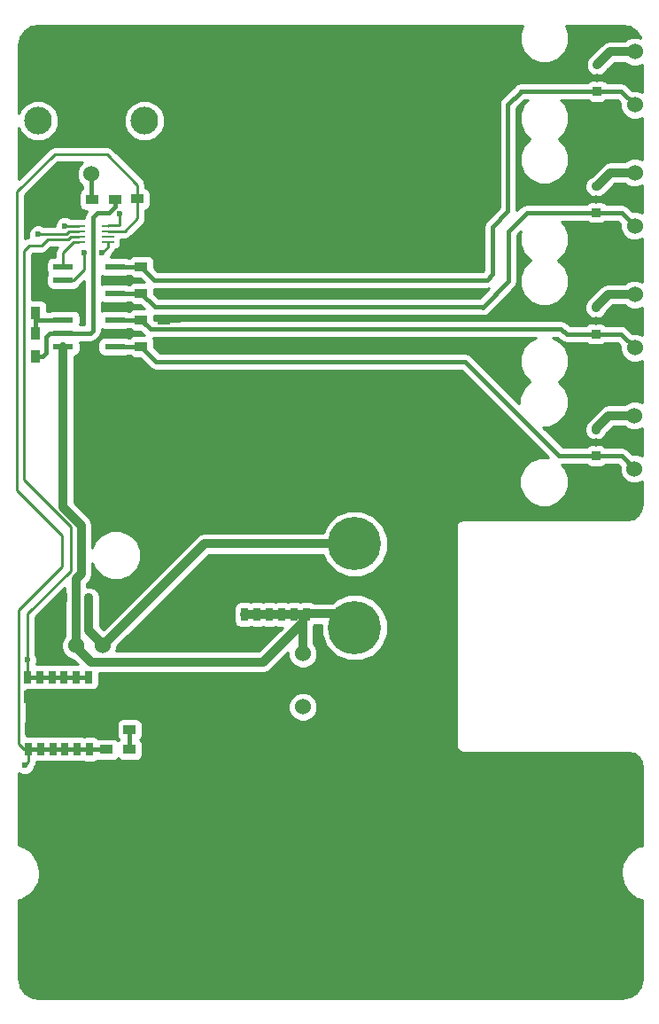
<source format=gbr>
G04 #@! TF.FileFunction,Copper,L1,Top,Signal*
%FSLAX46Y46*%
G04 Gerber Fmt 4.6, Leading zero omitted, Abs format (unit mm)*
G04 Created by KiCad (PCBNEW 4.0.7) date 04/17/18 20:18:09*
%MOMM*%
%LPD*%
G01*
G04 APERTURE LIST*
%ADD10C,0.100000*%
%ADD11R,0.850000X0.850000*%
%ADD12C,0.850000*%
%ADD13C,1.524000*%
%ADD14C,5.080000*%
%ADD15R,0.750000X1.200000*%
%ADD16R,1.200000X0.900000*%
%ADD17C,2.641600*%
%ADD18R,0.900000X1.200000*%
%ADD19R,1.981200X0.558800*%
%ADD20R,1.168400X0.254000*%
%ADD21C,0.600000*%
%ADD22C,0.812800*%
%ADD23C,0.406400*%
%ADD24C,0.254000*%
G04 APERTURE END LIST*
D10*
D11*
X165821360Y-120868440D03*
D12*
X165821360Y-119618440D03*
X165821360Y-118368440D03*
D11*
X165735000Y-132461000D03*
D12*
X165735000Y-131211000D03*
X165735000Y-129961000D03*
D11*
X165709600Y-144048800D03*
D12*
X165709600Y-142798800D03*
X165709600Y-141548800D03*
D11*
X165709600Y-155682000D03*
D12*
X165709600Y-154432000D03*
X165709600Y-153182000D03*
D13*
X169418000Y-122174000D03*
X169418000Y-119634000D03*
X169418000Y-117094000D03*
X169418000Y-133731000D03*
X169418000Y-131191000D03*
X169418000Y-128651000D03*
X169418000Y-145364200D03*
X169418000Y-142824200D03*
X169418000Y-140284200D03*
X169392600Y-156921200D03*
X169392600Y-154381200D03*
X169392600Y-151841200D03*
X137703560Y-174594520D03*
X137703560Y-177134520D03*
X137703560Y-179674520D03*
D14*
X142646400Y-164085000D03*
X142646400Y-172084000D03*
X142646400Y-180085000D03*
D13*
X118567200Y-173812200D03*
X116027200Y-173812200D03*
X113487200Y-173812200D03*
D11*
X114757200Y-169265600D03*
D12*
X116007200Y-169265600D03*
X117257200Y-169265600D03*
D15*
X112631220Y-183680140D03*
X112631220Y-181780140D03*
X112552480Y-176816980D03*
X112552480Y-178716980D03*
X133324600Y-170825200D03*
X133324600Y-168925200D03*
X114968020Y-183680140D03*
X114968020Y-181780140D03*
X111384080Y-176816980D03*
X111384080Y-178716980D03*
X134493000Y-170825200D03*
X134493000Y-168925200D03*
X113799620Y-183680140D03*
X113799620Y-181780140D03*
X117200680Y-176816980D03*
X117200680Y-178716980D03*
X135661400Y-170825200D03*
X135661400Y-168925200D03*
X117304820Y-183705540D03*
X117304820Y-181805540D03*
X113720880Y-176816980D03*
X113720880Y-178716980D03*
X136829800Y-170825200D03*
X136829800Y-168925200D03*
X116136420Y-183680140D03*
X116136420Y-181780140D03*
X114863880Y-176816980D03*
X114863880Y-178716980D03*
X138023600Y-170825200D03*
X138023600Y-168925200D03*
X111462820Y-183680140D03*
X111462820Y-181780140D03*
X116032280Y-176816980D03*
X116032280Y-178716980D03*
X132130800Y-170850600D03*
X132130800Y-168950600D03*
D16*
X118945300Y-181864000D03*
X121145300Y-181864000D03*
D13*
X117475000Y-128778000D03*
X114935000Y-128778000D03*
D17*
X112395000Y-123698000D03*
X122555000Y-123698000D03*
D16*
X122255100Y-145249900D03*
X124455100Y-145249900D03*
X122255100Y-142709900D03*
X124455100Y-142709900D03*
X122255100Y-140169900D03*
X124455100Y-140169900D03*
X122255100Y-137629900D03*
X124455100Y-137629900D03*
X121145300Y-183743600D03*
X118945300Y-183743600D03*
X124091880Y-131150360D03*
X121891880Y-131150360D03*
D18*
X112179100Y-146222900D03*
X112179100Y-144022900D03*
X112179100Y-142031900D03*
X112179100Y-139831900D03*
D16*
X119743400Y-131216400D03*
X117543400Y-131216400D03*
D19*
X119722900Y-145249900D03*
X119722900Y-143979900D03*
X119722900Y-142709900D03*
X119722900Y-141439900D03*
X119722900Y-140169900D03*
X119722900Y-138899900D03*
X119722900Y-137629900D03*
X114795300Y-137629900D03*
X114795300Y-138899900D03*
X114795300Y-140169900D03*
X114795300Y-141439900D03*
X114795300Y-142709900D03*
X114795300Y-143979900D03*
X114795300Y-145249900D03*
D20*
X119062500Y-135243001D03*
X119062500Y-134743000D03*
X119062500Y-134243000D03*
X119062500Y-133742999D03*
X116319300Y-133742999D03*
X116319300Y-134243000D03*
X116319300Y-134743000D03*
X116319300Y-135243001D03*
D21*
X129641600Y-168960800D03*
X125933200Y-131140200D03*
X112191800Y-137464800D03*
X126060200Y-142494000D03*
X136347200Y-140157200D03*
X126415800Y-137617200D03*
X126415800Y-145211800D03*
X111130080Y-185257440D03*
X111384080Y-175158400D03*
X112392460Y-134543800D03*
X114940080Y-133731000D03*
X120167400Y-132603240D03*
X116761260Y-136291320D03*
X118521480Y-136319260D03*
D22*
X118567200Y-173812200D02*
X118567200Y-173695360D01*
X118567200Y-173695360D02*
X117257200Y-172385360D01*
X117257200Y-172385360D02*
X117257200Y-169265600D01*
X142646400Y-164085000D02*
X128294400Y-164085000D01*
X128294400Y-164085000D02*
X123207780Y-169171620D01*
X123207780Y-169171620D02*
X118567200Y-173812200D01*
X165709600Y-153182000D02*
X165709600Y-153085800D01*
X165709600Y-153085800D02*
X166954200Y-151841200D01*
X166954200Y-151841200D02*
X169392600Y-151841200D01*
X165709600Y-141548800D02*
X165709600Y-141452600D01*
X165709600Y-141452600D02*
X166878000Y-140284200D01*
X166878000Y-140284200D02*
X169418000Y-140284200D01*
X165735000Y-129961000D02*
X165811840Y-129961000D01*
X165811840Y-129961000D02*
X167121840Y-128651000D01*
X167121840Y-128651000D02*
X169418000Y-128651000D01*
X165821360Y-118368440D02*
X165821360Y-118328440D01*
X165821360Y-118328440D02*
X167055800Y-117094000D01*
X167055800Y-117094000D02*
X169418000Y-117094000D01*
D23*
X165735000Y-129961000D02*
X165735000Y-129926080D01*
X165709600Y-141548800D02*
X165709600Y-141528800D01*
X165709600Y-153182000D02*
X165709600Y-153172160D01*
D22*
X116007200Y-169265600D02*
X116007200Y-167456800D01*
X114795300Y-160591500D02*
X114795300Y-145249900D01*
X116535200Y-162331400D02*
X114795300Y-160591500D01*
X116535200Y-166928800D02*
X116535200Y-162331400D01*
X116007200Y-167456800D02*
X116535200Y-166928800D01*
X116027200Y-173812200D02*
X116027200Y-173946820D01*
X116027200Y-173946820D02*
X117454680Y-175374300D01*
X133921500Y-175374300D02*
X137703560Y-171592240D01*
X117454680Y-175374300D02*
X133921500Y-175374300D01*
X137703560Y-174594520D02*
X137703560Y-171592240D01*
X137703560Y-171592240D02*
X137703560Y-171145240D01*
X137703560Y-171145240D02*
X138023600Y-170825200D01*
X116007200Y-169265600D02*
X116007200Y-173792200D01*
X116007200Y-173792200D02*
X116027200Y-173812200D01*
X132130800Y-170850600D02*
X133299200Y-170850600D01*
X133299200Y-170850600D02*
X133324600Y-170825200D01*
X133324600Y-170825200D02*
X135661400Y-170825200D01*
X135661400Y-170825200D02*
X136829800Y-170825200D01*
X136829800Y-170825200D02*
X138023600Y-170825200D01*
X138023600Y-170825200D02*
X138059200Y-170789600D01*
X138059200Y-170789600D02*
X141352000Y-170789600D01*
X141352000Y-170789600D02*
X142646400Y-172084000D01*
D23*
X132130800Y-168950600D02*
X129651800Y-168950600D01*
X129651800Y-168950600D02*
X129641600Y-168960800D01*
D24*
X124091880Y-131150360D02*
X125923040Y-131150360D01*
X125923040Y-131150360D02*
X125933200Y-131140200D01*
X112179100Y-139831900D02*
X112179100Y-137477500D01*
X112179100Y-137477500D02*
X112191800Y-137464800D01*
D23*
X124455100Y-142709900D02*
X125844300Y-142709900D01*
X125844300Y-142709900D02*
X126060200Y-142494000D01*
X124455100Y-142709900D02*
X125461500Y-142709900D01*
X125461500Y-142709900D02*
X125652000Y-142519400D01*
X124455100Y-140169900D02*
X136334500Y-140169900D01*
X136334500Y-140169900D02*
X136347200Y-140157200D01*
X124455100Y-137629900D02*
X126403100Y-137629900D01*
X126403100Y-137629900D02*
X126415800Y-137617200D01*
X124455100Y-145249900D02*
X126377700Y-145249900D01*
X126377700Y-145249900D02*
X126415800Y-145211800D01*
X111462820Y-183680140D02*
X112631220Y-183680140D01*
X112631220Y-183680140D02*
X113799620Y-183680140D01*
X113799620Y-183680140D02*
X114968020Y-183680140D01*
X114968020Y-183680140D02*
X116136420Y-183680140D01*
X116136420Y-183680140D02*
X116161820Y-183705540D01*
X116161820Y-183705540D02*
X118907240Y-183705540D01*
X118907240Y-183705540D02*
X118945300Y-183743600D01*
D24*
X111462820Y-183680140D02*
X111462820Y-184924700D01*
X111462820Y-184924700D02*
X111130080Y-185257440D01*
X121891880Y-131150360D02*
X121891880Y-133022520D01*
X120671400Y-134243000D02*
X119062500Y-134243000D01*
X121891880Y-133022520D02*
X120671400Y-134243000D01*
X113967260Y-126903480D02*
X118968520Y-126903480D01*
X110380780Y-130489960D02*
X113967260Y-126903480D01*
X110380780Y-136108440D02*
X110380780Y-130489960D01*
X121891880Y-129826840D02*
X121891880Y-131150360D01*
X118968520Y-126903480D02*
X121891880Y-129826840D01*
X110528100Y-159143700D02*
X110528100Y-159138620D01*
X111015820Y-183680140D02*
X110530640Y-183194960D01*
X110530640Y-183194960D02*
X110530640Y-170535600D01*
X111462820Y-183680140D02*
X111015820Y-183680140D01*
X110530640Y-170380660D02*
X114642900Y-166268400D01*
X114642900Y-166268400D02*
X114642900Y-163258500D01*
X114642900Y-163258500D02*
X110528100Y-159143700D01*
X110530640Y-170535600D02*
X110530640Y-170380660D01*
X110380780Y-158991300D02*
X110380780Y-136108440D01*
X110380780Y-136108440D02*
X110380780Y-136098280D01*
X110528100Y-159138620D02*
X110380780Y-158991300D01*
X121706640Y-131335600D02*
X121891880Y-131150360D01*
X111005620Y-157972760D02*
X111005620Y-136144000D01*
X112707420Y-135577580D02*
X111572040Y-135577580D01*
X111572040Y-135577580D02*
X111005620Y-136144000D01*
X111384080Y-175158400D02*
X111384080Y-170784520D01*
X111384080Y-170784520D02*
X115519200Y-166649400D01*
X115519200Y-166649400D02*
X115519200Y-162486340D01*
X115519200Y-162486340D02*
X111005620Y-157972760D01*
X115265297Y-134997810D02*
X115520107Y-134743000D01*
X115520107Y-134743000D02*
X116319300Y-134743000D01*
X113287190Y-134997810D02*
X115265297Y-134997810D01*
X112707420Y-135577580D02*
X113287190Y-134997810D01*
D23*
X111384080Y-176816980D02*
X112552480Y-176816980D01*
X112552480Y-176816980D02*
X113720880Y-176816980D01*
X113720880Y-176816980D02*
X114863880Y-176816980D01*
X114863880Y-176816980D02*
X116032280Y-176816980D01*
X116032280Y-176816980D02*
X117200680Y-176816980D01*
D24*
X116319300Y-134743000D02*
X115640040Y-134743000D01*
X111384080Y-176816980D02*
X111384080Y-175158400D01*
D23*
X121145300Y-183743600D02*
X121145300Y-181864000D01*
X165709600Y-155682000D02*
X162219960Y-155682000D01*
X153233120Y-146685000D02*
X123690200Y-146685000D01*
X162191700Y-155643580D02*
X153233120Y-146685000D01*
X123690200Y-146685000D02*
X122255100Y-145249900D01*
X165709600Y-155682000D02*
X168153400Y-155682000D01*
X168153400Y-155682000D02*
X169392600Y-156921200D01*
X122255100Y-145249900D02*
X119722900Y-145249900D01*
X165709600Y-144048800D02*
X164878200Y-144048800D01*
X164832800Y-144094200D02*
X162902900Y-144094200D01*
X164878200Y-144048800D02*
X164832800Y-144094200D01*
X162902900Y-144094200D02*
X162382200Y-143573500D01*
X162382200Y-143573500D02*
X123118700Y-143573500D01*
X123118700Y-143573500D02*
X122255100Y-142709900D01*
X165709600Y-144048800D02*
X168102600Y-144048800D01*
X168102600Y-144048800D02*
X169418000Y-145364200D01*
X119722900Y-142709900D02*
X122255100Y-142709900D01*
X157353000Y-139039600D02*
X154889200Y-141503400D01*
X125242320Y-141457680D02*
X154843480Y-141457680D01*
X154843480Y-141457680D02*
X154889200Y-141503400D01*
X159105600Y-132486400D02*
X165709600Y-132486400D01*
X165709600Y-132486400D02*
X165735000Y-132461000D01*
X165735000Y-132461000D02*
X168148000Y-132461000D01*
X168148000Y-132461000D02*
X169418000Y-133731000D01*
X123542880Y-141457680D02*
X122255100Y-140169900D01*
X125242320Y-141457680D02*
X123542880Y-141457680D01*
X157353000Y-134239000D02*
X157353000Y-139039600D01*
X159106870Y-132485130D02*
X159105600Y-132486400D01*
X159105600Y-132486400D02*
X157353000Y-134239000D01*
X119722900Y-140169900D02*
X122255100Y-140169900D01*
X165821360Y-120868440D02*
X158556960Y-120868440D01*
X165821360Y-120868440D02*
X168112440Y-120868440D01*
X168112440Y-120868440D02*
X169418000Y-122174000D01*
X123514940Y-138889740D02*
X122255100Y-137629900D01*
X158501080Y-120924320D02*
X157302200Y-122123200D01*
X157302200Y-122123200D02*
X157302200Y-132334000D01*
X157302200Y-132334000D02*
X155841700Y-133794500D01*
X155841700Y-133794500D02*
X155841700Y-138328400D01*
X155841700Y-138328400D02*
X155280360Y-138889740D01*
X155280360Y-138889740D02*
X123514940Y-138889740D01*
X119722900Y-137629900D02*
X122255100Y-137629900D01*
D24*
X115378040Y-134243000D02*
X115077240Y-134543800D01*
X115077240Y-134543800D02*
X112392460Y-134543800D01*
X116319300Y-134243000D02*
X115378040Y-134243000D01*
D23*
X114795300Y-143979900D02*
X117348000Y-143979900D01*
X119743400Y-131907100D02*
X119743400Y-131216400D01*
X119176800Y-132473700D02*
X119743400Y-131907100D01*
X118071900Y-132473700D02*
X119176800Y-132473700D01*
X117614700Y-132930900D02*
X118071900Y-132473700D01*
X117614700Y-143713200D02*
X117614700Y-132930900D01*
X117348000Y-143979900D02*
X117614700Y-143713200D01*
X114795300Y-143979900D02*
X113535460Y-143979900D01*
X112816460Y-146222900D02*
X112179100Y-146222900D01*
X113141760Y-145897600D02*
X112816460Y-146222900D01*
X113141760Y-144373600D02*
X113141760Y-145897600D01*
X113535460Y-143979900D02*
X113141760Y-144373600D01*
X114795300Y-142709900D02*
X112181640Y-142709900D01*
X112181640Y-142709900D02*
X112179100Y-142707360D01*
X112179100Y-142031900D02*
X112179100Y-142707360D01*
X112179100Y-142707360D02*
X112179100Y-144022900D01*
X117475000Y-128778000D02*
X117475000Y-131148000D01*
X117475000Y-131148000D02*
X117543400Y-131216400D01*
D24*
X114952079Y-133742999D02*
X114940080Y-133731000D01*
X116319300Y-133742999D02*
X114952079Y-133742999D01*
X119111461Y-133694038D02*
X120167400Y-133694038D01*
X120167400Y-133694038D02*
X120167400Y-132603240D01*
X119111461Y-133694038D02*
X119062500Y-133742999D01*
X116319300Y-135243001D02*
X115820759Y-135243001D01*
X115820759Y-135243001D02*
X114795300Y-136268460D01*
X114795300Y-136268460D02*
X114795300Y-137629900D01*
X114795300Y-138899900D02*
X115773200Y-138899900D01*
X115773200Y-138899900D02*
X116761260Y-137911840D01*
X116761260Y-137911840D02*
X116761260Y-136291320D01*
X118521480Y-136319260D02*
X119062500Y-135778240D01*
X119062500Y-135778240D02*
X119062500Y-135243001D01*
G36*
X121191010Y-143611341D02*
X121403210Y-143756331D01*
X121655100Y-143807340D01*
X122167146Y-143807340D01*
X122512266Y-144152460D01*
X121655100Y-144152460D01*
X121419783Y-144196738D01*
X121203659Y-144335810D01*
X121151806Y-144411700D01*
X121020465Y-144411700D01*
X120965390Y-144374069D01*
X120713500Y-144323060D01*
X118732300Y-144323060D01*
X118496983Y-144367338D01*
X118280859Y-144506410D01*
X118135869Y-144718610D01*
X118084860Y-144970500D01*
X118084860Y-145529300D01*
X118129138Y-145764617D01*
X118268210Y-145980741D01*
X118480410Y-146125731D01*
X118732300Y-146176740D01*
X120713500Y-146176740D01*
X120948817Y-146132462D01*
X121017757Y-146088100D01*
X121150316Y-146088100D01*
X121191010Y-146151341D01*
X121403210Y-146296331D01*
X121655100Y-146347340D01*
X122167146Y-146347340D01*
X123097503Y-147277697D01*
X123369435Y-147459396D01*
X123690200Y-147523200D01*
X152885926Y-147523200D01*
X161194307Y-155831581D01*
X160289227Y-155830791D01*
X159421514Y-156189323D01*
X158757056Y-156852622D01*
X158397011Y-157719708D01*
X158396191Y-158658573D01*
X158754723Y-159526286D01*
X159418022Y-160190744D01*
X160285108Y-160550789D01*
X161223973Y-160551609D01*
X162091686Y-160193077D01*
X162756144Y-159529778D01*
X163116189Y-158662692D01*
X163117009Y-157723827D01*
X162758477Y-156856114D01*
X162423149Y-156520200D01*
X164795903Y-156520200D01*
X164820510Y-156558441D01*
X165032710Y-156703431D01*
X165284600Y-156754440D01*
X166134600Y-156754440D01*
X166369917Y-156710162D01*
X166586041Y-156571090D01*
X166620813Y-156520200D01*
X167806206Y-156520200D01*
X167995784Y-156709778D01*
X167995358Y-157197861D01*
X168207590Y-157711503D01*
X168600230Y-158104829D01*
X169113500Y-158317957D01*
X169669261Y-158318442D01*
X170105000Y-158138399D01*
X170105000Y-160360950D01*
X169997828Y-160937298D01*
X169719562Y-161365236D01*
X169298713Y-161654112D01*
X168720825Y-161776590D01*
X168706800Y-161773800D01*
X153035000Y-161773800D01*
X152763295Y-161827846D01*
X152532954Y-161981754D01*
X152379046Y-162212095D01*
X152325000Y-162483800D01*
X152325000Y-183311800D01*
X152379046Y-183583505D01*
X152532954Y-183813846D01*
X152763295Y-183967754D01*
X153035000Y-184021800D01*
X168817622Y-184021800D01*
X169359736Y-184165300D01*
X169766830Y-184475718D01*
X170024140Y-184918289D01*
X170105256Y-185520315D01*
X170105000Y-185521600D01*
X170105000Y-192891123D01*
X169866714Y-192941625D01*
X169646380Y-193036134D01*
X169612118Y-193050830D01*
X168958396Y-193499553D01*
X168860475Y-193599953D01*
X168764972Y-193697874D01*
X168332730Y-194362608D01*
X168332730Y-194362609D01*
X168229923Y-194619854D01*
X168095111Y-195344842D01*
X168086643Y-195365286D01*
X168086643Y-195390382D01*
X168084966Y-195399400D01*
X168086642Y-195533495D01*
X168086642Y-195642314D01*
X168088094Y-195649614D01*
X168088429Y-195676407D01*
X168097743Y-195698121D01*
X168241319Y-196419927D01*
X168289247Y-196535634D01*
X168347334Y-196675868D01*
X168787816Y-197335096D01*
X168983704Y-197530984D01*
X169642932Y-197971467D01*
X169770903Y-198024474D01*
X169898873Y-198077481D01*
X170105000Y-198118482D01*
X170105000Y-205593869D01*
X169952848Y-206358789D01*
X169559170Y-206947970D01*
X168969989Y-207341648D01*
X168205069Y-207493800D01*
X112508568Y-207493800D01*
X111845421Y-207375625D01*
X111728259Y-207352320D01*
X111136414Y-206973757D01*
X110730919Y-206392403D01*
X110603164Y-205811133D01*
X110565000Y-205619273D01*
X110565000Y-198116477D01*
X110803286Y-198065975D01*
X110930584Y-198011372D01*
X111057882Y-197956770D01*
X111711604Y-197508047D01*
X111880284Y-197335096D01*
X111905028Y-197309726D01*
X112337271Y-196644991D01*
X112440077Y-196387746D01*
X112574889Y-195662756D01*
X112583357Y-195642313D01*
X112583357Y-195617219D01*
X112585034Y-195608200D01*
X112583357Y-195474056D01*
X112583357Y-195365285D01*
X112581906Y-195357990D01*
X112581571Y-195331193D01*
X112572256Y-195309476D01*
X112428681Y-194587673D01*
X112375673Y-194459702D01*
X112322667Y-194331732D01*
X111882184Y-193672504D01*
X111686296Y-193476616D01*
X111027068Y-193036134D01*
X110952104Y-193005083D01*
X110771127Y-192930119D01*
X110565000Y-192889118D01*
X110565000Y-186014818D01*
X110599753Y-186049632D01*
X110943281Y-186192278D01*
X111315247Y-186192602D01*
X111659023Y-186050557D01*
X111922272Y-185787767D01*
X112064918Y-185444239D01*
X112064984Y-185368708D01*
X112166816Y-185216305D01*
X112187159Y-185114032D01*
X112224820Y-184924700D01*
X112224820Y-184921221D01*
X112256220Y-184927580D01*
X113006220Y-184927580D01*
X113223100Y-184886771D01*
X113424620Y-184927580D01*
X114174620Y-184927580D01*
X114391500Y-184886771D01*
X114593020Y-184927580D01*
X115343020Y-184927580D01*
X115559900Y-184886771D01*
X115761420Y-184927580D01*
X116511420Y-184927580D01*
X116671364Y-184897484D01*
X116677930Y-184901971D01*
X116929820Y-184952980D01*
X117679820Y-184952980D01*
X117915137Y-184908702D01*
X118098086Y-184790978D01*
X118345300Y-184841040D01*
X119545300Y-184841040D01*
X119780617Y-184796762D01*
X119996741Y-184657690D01*
X120044434Y-184587889D01*
X120081210Y-184645041D01*
X120293410Y-184790031D01*
X120545300Y-184841040D01*
X121745300Y-184841040D01*
X121980617Y-184796762D01*
X122196741Y-184657690D01*
X122341731Y-184445490D01*
X122392740Y-184193600D01*
X122392740Y-183293600D01*
X122348462Y-183058283D01*
X122209390Y-182842159D01*
X122154965Y-182804972D01*
X122196741Y-182778090D01*
X122341731Y-182565890D01*
X122392740Y-182314000D01*
X122392740Y-181414000D01*
X122348462Y-181178683D01*
X122209390Y-180962559D01*
X121997190Y-180817569D01*
X121745300Y-180766560D01*
X120545300Y-180766560D01*
X120309983Y-180810838D01*
X120093859Y-180949910D01*
X119948869Y-181162110D01*
X119897860Y-181414000D01*
X119897860Y-182314000D01*
X119942138Y-182549317D01*
X120081210Y-182765441D01*
X120135635Y-182802628D01*
X120093859Y-182829510D01*
X120046166Y-182899311D01*
X120009390Y-182842159D01*
X119797190Y-182697169D01*
X119545300Y-182646160D01*
X118345300Y-182646160D01*
X118161104Y-182680819D01*
X118143910Y-182654099D01*
X117931710Y-182509109D01*
X117679820Y-182458100D01*
X116929820Y-182458100D01*
X116769876Y-182488196D01*
X116763310Y-182483709D01*
X116511420Y-182432700D01*
X115761420Y-182432700D01*
X115544540Y-182473509D01*
X115343020Y-182432700D01*
X114593020Y-182432700D01*
X114376140Y-182473509D01*
X114174620Y-182432700D01*
X113424620Y-182432700D01*
X113207740Y-182473509D01*
X113006220Y-182432700D01*
X112256220Y-182432700D01*
X112039340Y-182473509D01*
X111837820Y-182432700D01*
X111292640Y-182432700D01*
X111292640Y-179951181D01*
X136306318Y-179951181D01*
X136518550Y-180464823D01*
X136911190Y-180858149D01*
X137424460Y-181071277D01*
X137980221Y-181071762D01*
X138493863Y-180859530D01*
X138887189Y-180466890D01*
X139100317Y-179953620D01*
X139100802Y-179397859D01*
X138888570Y-178884217D01*
X138495930Y-178490891D01*
X137982660Y-178277763D01*
X137426899Y-178277278D01*
X136913257Y-178489510D01*
X136519931Y-178882150D01*
X136306803Y-179395420D01*
X136306318Y-179951181D01*
X111292640Y-179951181D01*
X111292640Y-178064420D01*
X111759080Y-178064420D01*
X111975960Y-178023611D01*
X112177480Y-178064420D01*
X112927480Y-178064420D01*
X113144360Y-178023611D01*
X113345880Y-178064420D01*
X114095880Y-178064420D01*
X114299594Y-178026089D01*
X114488880Y-178064420D01*
X115238880Y-178064420D01*
X115455760Y-178023611D01*
X115657280Y-178064420D01*
X116407280Y-178064420D01*
X116624160Y-178023611D01*
X116825680Y-178064420D01*
X117575680Y-178064420D01*
X117810997Y-178020142D01*
X118027121Y-177881070D01*
X118172111Y-177668870D01*
X118223120Y-177416980D01*
X118223120Y-176415700D01*
X133921500Y-176415700D01*
X134320027Y-176336428D01*
X134657881Y-176110681D01*
X136306675Y-174461887D01*
X136306318Y-174871181D01*
X136518550Y-175384823D01*
X136911190Y-175778149D01*
X137424460Y-175991277D01*
X137980221Y-175991762D01*
X138493863Y-175779530D01*
X138887189Y-175386890D01*
X139100317Y-174873620D01*
X139100802Y-174317859D01*
X138888570Y-173804217D01*
X138744960Y-173660356D01*
X138744960Y-171956908D01*
X138850041Y-171889290D01*
X138889869Y-171831000D01*
X139471619Y-171831000D01*
X139470850Y-172712776D01*
X139953196Y-173880143D01*
X140845559Y-174774065D01*
X142012083Y-175258448D01*
X143275176Y-175259550D01*
X144442543Y-174777204D01*
X145336465Y-173884841D01*
X145820848Y-172718317D01*
X145821950Y-171455224D01*
X145339604Y-170287857D01*
X144447241Y-169393935D01*
X143280717Y-168909552D01*
X142017624Y-168908450D01*
X140850257Y-169390796D01*
X140492229Y-169748200D01*
X138825283Y-169748200D01*
X138650490Y-169628769D01*
X138398600Y-169577760D01*
X137648600Y-169577760D01*
X137418554Y-169621046D01*
X137204800Y-169577760D01*
X136454800Y-169577760D01*
X136237920Y-169618569D01*
X136036400Y-169577760D01*
X135286400Y-169577760D01*
X135069520Y-169618569D01*
X134868000Y-169577760D01*
X134118000Y-169577760D01*
X133901120Y-169618569D01*
X133699600Y-169577760D01*
X132949600Y-169577760D01*
X132714283Y-169622038D01*
X132686693Y-169639792D01*
X132505800Y-169603160D01*
X131755800Y-169603160D01*
X131520483Y-169647438D01*
X131304359Y-169786510D01*
X131159369Y-169998710D01*
X131108360Y-170250600D01*
X131108360Y-170755282D01*
X131089400Y-170850600D01*
X131108360Y-170945918D01*
X131108360Y-171450600D01*
X131152638Y-171685917D01*
X131291710Y-171902041D01*
X131503910Y-172047031D01*
X131755800Y-172098040D01*
X132505800Y-172098040D01*
X132741117Y-172053762D01*
X132768707Y-172036008D01*
X132949600Y-172072640D01*
X133699600Y-172072640D01*
X133916480Y-172031831D01*
X134118000Y-172072640D01*
X134868000Y-172072640D01*
X135084880Y-172031831D01*
X135286400Y-172072640D01*
X135750398Y-172072640D01*
X133490138Y-174332900D01*
X119863636Y-174332900D01*
X119963957Y-174091300D01*
X119964134Y-173888028D01*
X128725762Y-165126400D01*
X139641343Y-165126400D01*
X139953196Y-165881143D01*
X140845559Y-166775065D01*
X142012083Y-167259448D01*
X143275176Y-167260550D01*
X144442543Y-166778204D01*
X145336465Y-165885841D01*
X145820848Y-164719317D01*
X145821950Y-163456224D01*
X145339604Y-162288857D01*
X144447241Y-161394935D01*
X143280717Y-160910552D01*
X142017624Y-160909450D01*
X140850257Y-161391796D01*
X139956335Y-162284159D01*
X139640988Y-163043600D01*
X128294400Y-163043600D01*
X127895873Y-163122872D01*
X127558019Y-163348619D01*
X118625620Y-172281018D01*
X118298600Y-171953998D01*
X118298600Y-169521723D01*
X118317016Y-169477372D01*
X118317384Y-169055678D01*
X118156349Y-168665942D01*
X117858426Y-168367499D01*
X117468972Y-168205784D01*
X117048600Y-168205417D01*
X117048600Y-167888162D01*
X117271581Y-167665181D01*
X117497329Y-167327326D01*
X117576600Y-166928800D01*
X117576600Y-165885129D01*
X117835323Y-166511286D01*
X118498622Y-167175744D01*
X119365708Y-167535789D01*
X120304573Y-167536609D01*
X121172286Y-167178077D01*
X121836744Y-166514778D01*
X122196789Y-165647692D01*
X122197609Y-164708827D01*
X121839077Y-163841114D01*
X121175778Y-163176656D01*
X120308692Y-162816611D01*
X119369827Y-162815791D01*
X118502114Y-163174323D01*
X117837656Y-163837622D01*
X117576600Y-164466316D01*
X117576600Y-162331400D01*
X117497328Y-161932873D01*
X117271581Y-161595019D01*
X115836700Y-160160138D01*
X115836700Y-146167181D01*
X116021217Y-146132462D01*
X116237341Y-145993390D01*
X116382331Y-145781190D01*
X116433340Y-145529300D01*
X116433340Y-144970500D01*
X116404664Y-144818100D01*
X117348000Y-144818100D01*
X117668766Y-144754296D01*
X117940697Y-144572597D01*
X118207397Y-144305897D01*
X118389096Y-144033965D01*
X118452900Y-143713200D01*
X118452900Y-143566934D01*
X118480410Y-143585731D01*
X118732300Y-143636740D01*
X120713500Y-143636740D01*
X120948817Y-143592462D01*
X121017757Y-143548100D01*
X121150316Y-143548100D01*
X121191010Y-143611341D01*
X121191010Y-143611341D01*
G37*
X121191010Y-143611341D02*
X121403210Y-143756331D01*
X121655100Y-143807340D01*
X122167146Y-143807340D01*
X122512266Y-144152460D01*
X121655100Y-144152460D01*
X121419783Y-144196738D01*
X121203659Y-144335810D01*
X121151806Y-144411700D01*
X121020465Y-144411700D01*
X120965390Y-144374069D01*
X120713500Y-144323060D01*
X118732300Y-144323060D01*
X118496983Y-144367338D01*
X118280859Y-144506410D01*
X118135869Y-144718610D01*
X118084860Y-144970500D01*
X118084860Y-145529300D01*
X118129138Y-145764617D01*
X118268210Y-145980741D01*
X118480410Y-146125731D01*
X118732300Y-146176740D01*
X120713500Y-146176740D01*
X120948817Y-146132462D01*
X121017757Y-146088100D01*
X121150316Y-146088100D01*
X121191010Y-146151341D01*
X121403210Y-146296331D01*
X121655100Y-146347340D01*
X122167146Y-146347340D01*
X123097503Y-147277697D01*
X123369435Y-147459396D01*
X123690200Y-147523200D01*
X152885926Y-147523200D01*
X161194307Y-155831581D01*
X160289227Y-155830791D01*
X159421514Y-156189323D01*
X158757056Y-156852622D01*
X158397011Y-157719708D01*
X158396191Y-158658573D01*
X158754723Y-159526286D01*
X159418022Y-160190744D01*
X160285108Y-160550789D01*
X161223973Y-160551609D01*
X162091686Y-160193077D01*
X162756144Y-159529778D01*
X163116189Y-158662692D01*
X163117009Y-157723827D01*
X162758477Y-156856114D01*
X162423149Y-156520200D01*
X164795903Y-156520200D01*
X164820510Y-156558441D01*
X165032710Y-156703431D01*
X165284600Y-156754440D01*
X166134600Y-156754440D01*
X166369917Y-156710162D01*
X166586041Y-156571090D01*
X166620813Y-156520200D01*
X167806206Y-156520200D01*
X167995784Y-156709778D01*
X167995358Y-157197861D01*
X168207590Y-157711503D01*
X168600230Y-158104829D01*
X169113500Y-158317957D01*
X169669261Y-158318442D01*
X170105000Y-158138399D01*
X170105000Y-160360950D01*
X169997828Y-160937298D01*
X169719562Y-161365236D01*
X169298713Y-161654112D01*
X168720825Y-161776590D01*
X168706800Y-161773800D01*
X153035000Y-161773800D01*
X152763295Y-161827846D01*
X152532954Y-161981754D01*
X152379046Y-162212095D01*
X152325000Y-162483800D01*
X152325000Y-183311800D01*
X152379046Y-183583505D01*
X152532954Y-183813846D01*
X152763295Y-183967754D01*
X153035000Y-184021800D01*
X168817622Y-184021800D01*
X169359736Y-184165300D01*
X169766830Y-184475718D01*
X170024140Y-184918289D01*
X170105256Y-185520315D01*
X170105000Y-185521600D01*
X170105000Y-192891123D01*
X169866714Y-192941625D01*
X169646380Y-193036134D01*
X169612118Y-193050830D01*
X168958396Y-193499553D01*
X168860475Y-193599953D01*
X168764972Y-193697874D01*
X168332730Y-194362608D01*
X168332730Y-194362609D01*
X168229923Y-194619854D01*
X168095111Y-195344842D01*
X168086643Y-195365286D01*
X168086643Y-195390382D01*
X168084966Y-195399400D01*
X168086642Y-195533495D01*
X168086642Y-195642314D01*
X168088094Y-195649614D01*
X168088429Y-195676407D01*
X168097743Y-195698121D01*
X168241319Y-196419927D01*
X168289247Y-196535634D01*
X168347334Y-196675868D01*
X168787816Y-197335096D01*
X168983704Y-197530984D01*
X169642932Y-197971467D01*
X169770903Y-198024474D01*
X169898873Y-198077481D01*
X170105000Y-198118482D01*
X170105000Y-205593869D01*
X169952848Y-206358789D01*
X169559170Y-206947970D01*
X168969989Y-207341648D01*
X168205069Y-207493800D01*
X112508568Y-207493800D01*
X111845421Y-207375625D01*
X111728259Y-207352320D01*
X111136414Y-206973757D01*
X110730919Y-206392403D01*
X110603164Y-205811133D01*
X110565000Y-205619273D01*
X110565000Y-198116477D01*
X110803286Y-198065975D01*
X110930584Y-198011372D01*
X111057882Y-197956770D01*
X111711604Y-197508047D01*
X111880284Y-197335096D01*
X111905028Y-197309726D01*
X112337271Y-196644991D01*
X112440077Y-196387746D01*
X112574889Y-195662756D01*
X112583357Y-195642313D01*
X112583357Y-195617219D01*
X112585034Y-195608200D01*
X112583357Y-195474056D01*
X112583357Y-195365285D01*
X112581906Y-195357990D01*
X112581571Y-195331193D01*
X112572256Y-195309476D01*
X112428681Y-194587673D01*
X112375673Y-194459702D01*
X112322667Y-194331732D01*
X111882184Y-193672504D01*
X111686296Y-193476616D01*
X111027068Y-193036134D01*
X110952104Y-193005083D01*
X110771127Y-192930119D01*
X110565000Y-192889118D01*
X110565000Y-186014818D01*
X110599753Y-186049632D01*
X110943281Y-186192278D01*
X111315247Y-186192602D01*
X111659023Y-186050557D01*
X111922272Y-185787767D01*
X112064918Y-185444239D01*
X112064984Y-185368708D01*
X112166816Y-185216305D01*
X112187159Y-185114032D01*
X112224820Y-184924700D01*
X112224820Y-184921221D01*
X112256220Y-184927580D01*
X113006220Y-184927580D01*
X113223100Y-184886771D01*
X113424620Y-184927580D01*
X114174620Y-184927580D01*
X114391500Y-184886771D01*
X114593020Y-184927580D01*
X115343020Y-184927580D01*
X115559900Y-184886771D01*
X115761420Y-184927580D01*
X116511420Y-184927580D01*
X116671364Y-184897484D01*
X116677930Y-184901971D01*
X116929820Y-184952980D01*
X117679820Y-184952980D01*
X117915137Y-184908702D01*
X118098086Y-184790978D01*
X118345300Y-184841040D01*
X119545300Y-184841040D01*
X119780617Y-184796762D01*
X119996741Y-184657690D01*
X120044434Y-184587889D01*
X120081210Y-184645041D01*
X120293410Y-184790031D01*
X120545300Y-184841040D01*
X121745300Y-184841040D01*
X121980617Y-184796762D01*
X122196741Y-184657690D01*
X122341731Y-184445490D01*
X122392740Y-184193600D01*
X122392740Y-183293600D01*
X122348462Y-183058283D01*
X122209390Y-182842159D01*
X122154965Y-182804972D01*
X122196741Y-182778090D01*
X122341731Y-182565890D01*
X122392740Y-182314000D01*
X122392740Y-181414000D01*
X122348462Y-181178683D01*
X122209390Y-180962559D01*
X121997190Y-180817569D01*
X121745300Y-180766560D01*
X120545300Y-180766560D01*
X120309983Y-180810838D01*
X120093859Y-180949910D01*
X119948869Y-181162110D01*
X119897860Y-181414000D01*
X119897860Y-182314000D01*
X119942138Y-182549317D01*
X120081210Y-182765441D01*
X120135635Y-182802628D01*
X120093859Y-182829510D01*
X120046166Y-182899311D01*
X120009390Y-182842159D01*
X119797190Y-182697169D01*
X119545300Y-182646160D01*
X118345300Y-182646160D01*
X118161104Y-182680819D01*
X118143910Y-182654099D01*
X117931710Y-182509109D01*
X117679820Y-182458100D01*
X116929820Y-182458100D01*
X116769876Y-182488196D01*
X116763310Y-182483709D01*
X116511420Y-182432700D01*
X115761420Y-182432700D01*
X115544540Y-182473509D01*
X115343020Y-182432700D01*
X114593020Y-182432700D01*
X114376140Y-182473509D01*
X114174620Y-182432700D01*
X113424620Y-182432700D01*
X113207740Y-182473509D01*
X113006220Y-182432700D01*
X112256220Y-182432700D01*
X112039340Y-182473509D01*
X111837820Y-182432700D01*
X111292640Y-182432700D01*
X111292640Y-179951181D01*
X136306318Y-179951181D01*
X136518550Y-180464823D01*
X136911190Y-180858149D01*
X137424460Y-181071277D01*
X137980221Y-181071762D01*
X138493863Y-180859530D01*
X138887189Y-180466890D01*
X139100317Y-179953620D01*
X139100802Y-179397859D01*
X138888570Y-178884217D01*
X138495930Y-178490891D01*
X137982660Y-178277763D01*
X137426899Y-178277278D01*
X136913257Y-178489510D01*
X136519931Y-178882150D01*
X136306803Y-179395420D01*
X136306318Y-179951181D01*
X111292640Y-179951181D01*
X111292640Y-178064420D01*
X111759080Y-178064420D01*
X111975960Y-178023611D01*
X112177480Y-178064420D01*
X112927480Y-178064420D01*
X113144360Y-178023611D01*
X113345880Y-178064420D01*
X114095880Y-178064420D01*
X114299594Y-178026089D01*
X114488880Y-178064420D01*
X115238880Y-178064420D01*
X115455760Y-178023611D01*
X115657280Y-178064420D01*
X116407280Y-178064420D01*
X116624160Y-178023611D01*
X116825680Y-178064420D01*
X117575680Y-178064420D01*
X117810997Y-178020142D01*
X118027121Y-177881070D01*
X118172111Y-177668870D01*
X118223120Y-177416980D01*
X118223120Y-176415700D01*
X133921500Y-176415700D01*
X134320027Y-176336428D01*
X134657881Y-176110681D01*
X136306675Y-174461887D01*
X136306318Y-174871181D01*
X136518550Y-175384823D01*
X136911190Y-175778149D01*
X137424460Y-175991277D01*
X137980221Y-175991762D01*
X138493863Y-175779530D01*
X138887189Y-175386890D01*
X139100317Y-174873620D01*
X139100802Y-174317859D01*
X138888570Y-173804217D01*
X138744960Y-173660356D01*
X138744960Y-171956908D01*
X138850041Y-171889290D01*
X138889869Y-171831000D01*
X139471619Y-171831000D01*
X139470850Y-172712776D01*
X139953196Y-173880143D01*
X140845559Y-174774065D01*
X142012083Y-175258448D01*
X143275176Y-175259550D01*
X144442543Y-174777204D01*
X145336465Y-173884841D01*
X145820848Y-172718317D01*
X145821950Y-171455224D01*
X145339604Y-170287857D01*
X144447241Y-169393935D01*
X143280717Y-168909552D01*
X142017624Y-168908450D01*
X140850257Y-169390796D01*
X140492229Y-169748200D01*
X138825283Y-169748200D01*
X138650490Y-169628769D01*
X138398600Y-169577760D01*
X137648600Y-169577760D01*
X137418554Y-169621046D01*
X137204800Y-169577760D01*
X136454800Y-169577760D01*
X136237920Y-169618569D01*
X136036400Y-169577760D01*
X135286400Y-169577760D01*
X135069520Y-169618569D01*
X134868000Y-169577760D01*
X134118000Y-169577760D01*
X133901120Y-169618569D01*
X133699600Y-169577760D01*
X132949600Y-169577760D01*
X132714283Y-169622038D01*
X132686693Y-169639792D01*
X132505800Y-169603160D01*
X131755800Y-169603160D01*
X131520483Y-169647438D01*
X131304359Y-169786510D01*
X131159369Y-169998710D01*
X131108360Y-170250600D01*
X131108360Y-170755282D01*
X131089400Y-170850600D01*
X131108360Y-170945918D01*
X131108360Y-171450600D01*
X131152638Y-171685917D01*
X131291710Y-171902041D01*
X131503910Y-172047031D01*
X131755800Y-172098040D01*
X132505800Y-172098040D01*
X132741117Y-172053762D01*
X132768707Y-172036008D01*
X132949600Y-172072640D01*
X133699600Y-172072640D01*
X133916480Y-172031831D01*
X134118000Y-172072640D01*
X134868000Y-172072640D01*
X135084880Y-172031831D01*
X135286400Y-172072640D01*
X135750398Y-172072640D01*
X133490138Y-174332900D01*
X119863636Y-174332900D01*
X119963957Y-174091300D01*
X119964134Y-173888028D01*
X128725762Y-165126400D01*
X139641343Y-165126400D01*
X139953196Y-165881143D01*
X140845559Y-166775065D01*
X142012083Y-167259448D01*
X143275176Y-167260550D01*
X144442543Y-166778204D01*
X145336465Y-165885841D01*
X145820848Y-164719317D01*
X145821950Y-163456224D01*
X145339604Y-162288857D01*
X144447241Y-161394935D01*
X143280717Y-160910552D01*
X142017624Y-160909450D01*
X140850257Y-161391796D01*
X139956335Y-162284159D01*
X139640988Y-163043600D01*
X128294400Y-163043600D01*
X127895873Y-163122872D01*
X127558019Y-163348619D01*
X118625620Y-172281018D01*
X118298600Y-171953998D01*
X118298600Y-169521723D01*
X118317016Y-169477372D01*
X118317384Y-169055678D01*
X118156349Y-168665942D01*
X117858426Y-168367499D01*
X117468972Y-168205784D01*
X117048600Y-168205417D01*
X117048600Y-167888162D01*
X117271581Y-167665181D01*
X117497329Y-167327326D01*
X117576600Y-166928800D01*
X117576600Y-165885129D01*
X117835323Y-166511286D01*
X118498622Y-167175744D01*
X119365708Y-167535789D01*
X120304573Y-167536609D01*
X121172286Y-167178077D01*
X121836744Y-166514778D01*
X122196789Y-165647692D01*
X122197609Y-164708827D01*
X121839077Y-163841114D01*
X121175778Y-163176656D01*
X120308692Y-162816611D01*
X119369827Y-162815791D01*
X118502114Y-163174323D01*
X117837656Y-163837622D01*
X117576600Y-164466316D01*
X117576600Y-162331400D01*
X117497328Y-161932873D01*
X117271581Y-161595019D01*
X115836700Y-160160138D01*
X115836700Y-146167181D01*
X116021217Y-146132462D01*
X116237341Y-145993390D01*
X116382331Y-145781190D01*
X116433340Y-145529300D01*
X116433340Y-144970500D01*
X116404664Y-144818100D01*
X117348000Y-144818100D01*
X117668766Y-144754296D01*
X117940697Y-144572597D01*
X118207397Y-144305897D01*
X118389096Y-144033965D01*
X118452900Y-143713200D01*
X118452900Y-143566934D01*
X118480410Y-143585731D01*
X118732300Y-143636740D01*
X120713500Y-143636740D01*
X120948817Y-143592462D01*
X121017757Y-143548100D01*
X121150316Y-143548100D01*
X121191010Y-143611341D01*
G36*
X114965800Y-169009477D02*
X114947384Y-169053828D01*
X114947016Y-169475522D01*
X114965800Y-169520983D01*
X114965800Y-172897814D01*
X114843571Y-173019830D01*
X114630443Y-173533100D01*
X114629958Y-174088861D01*
X114842190Y-174602503D01*
X115234830Y-174995829D01*
X115748100Y-175208957D01*
X115816635Y-175209017D01*
X116177158Y-175569540D01*
X115657280Y-175569540D01*
X115440400Y-175610349D01*
X115238880Y-175569540D01*
X114488880Y-175569540D01*
X114285166Y-175607871D01*
X114095880Y-175569540D01*
X113345880Y-175569540D01*
X113129000Y-175610349D01*
X112927480Y-175569540D01*
X112225763Y-175569540D01*
X112318918Y-175345199D01*
X112319242Y-174973233D01*
X112177197Y-174629457D01*
X112146080Y-174598286D01*
X112146080Y-171100150D01*
X114965800Y-168280431D01*
X114965800Y-169009477D01*
X114965800Y-169009477D01*
G37*
X114965800Y-169009477D02*
X114947384Y-169053828D01*
X114947016Y-169475522D01*
X114965800Y-169520983D01*
X114965800Y-172897814D01*
X114843571Y-173019830D01*
X114630443Y-173533100D01*
X114629958Y-174088861D01*
X114842190Y-174602503D01*
X115234830Y-174995829D01*
X115748100Y-175208957D01*
X115816635Y-175209017D01*
X116177158Y-175569540D01*
X115657280Y-175569540D01*
X115440400Y-175610349D01*
X115238880Y-175569540D01*
X114488880Y-175569540D01*
X114285166Y-175607871D01*
X114095880Y-175569540D01*
X113345880Y-175569540D01*
X113129000Y-175610349D01*
X112927480Y-175569540D01*
X112225763Y-175569540D01*
X112318918Y-175345199D01*
X112319242Y-174973233D01*
X112177197Y-174629457D01*
X112146080Y-174598286D01*
X112146080Y-171100150D01*
X114965800Y-168280431D01*
X114965800Y-169009477D01*
G36*
X162310203Y-144686897D02*
X162582134Y-144868596D01*
X162902900Y-144932400D01*
X164830988Y-144932400D01*
X165032710Y-145070231D01*
X165284600Y-145121240D01*
X166134600Y-145121240D01*
X166369917Y-145076962D01*
X166586041Y-144937890D01*
X166620813Y-144887000D01*
X167755406Y-144887000D01*
X168021184Y-145152778D01*
X168020758Y-145640861D01*
X168232990Y-146154503D01*
X168625630Y-146547829D01*
X169138900Y-146760957D01*
X169694661Y-146761442D01*
X170105000Y-146591894D01*
X170105000Y-150624365D01*
X169671700Y-150444443D01*
X169115939Y-150443958D01*
X168602297Y-150656190D01*
X168458436Y-150799800D01*
X166954200Y-150799800D01*
X166555673Y-150879072D01*
X166298519Y-151050897D01*
X166217819Y-151104819D01*
X164973219Y-152349419D01*
X164832922Y-152559389D01*
X164811499Y-152580774D01*
X164799789Y-152608976D01*
X164747472Y-152687273D01*
X164729261Y-152778825D01*
X164649784Y-152970228D01*
X164649416Y-153391922D01*
X164810451Y-153781658D01*
X165108374Y-154080101D01*
X165497828Y-154241816D01*
X165919522Y-154242184D01*
X166309258Y-154081149D01*
X166607701Y-153783226D01*
X166694875Y-153573287D01*
X167385562Y-152882600D01*
X168458249Y-152882600D01*
X168600230Y-153024829D01*
X169113500Y-153237957D01*
X169669261Y-153238442D01*
X170105000Y-153058399D01*
X170105000Y-155704365D01*
X169671700Y-155524443D01*
X169180809Y-155524015D01*
X168746097Y-155089303D01*
X168474166Y-154907604D01*
X168153400Y-154843800D01*
X166623297Y-154843800D01*
X166598690Y-154805559D01*
X166386490Y-154660569D01*
X166134600Y-154609560D01*
X165284600Y-154609560D01*
X165049283Y-154653838D01*
X164833159Y-154792910D01*
X164798387Y-154843800D01*
X162577314Y-154843800D01*
X160664634Y-152931120D01*
X161223973Y-152931609D01*
X162091686Y-152573077D01*
X162756144Y-151909778D01*
X163116189Y-151042692D01*
X163117009Y-150103827D01*
X162758477Y-149236114D01*
X162138323Y-148614877D01*
X162781544Y-147972778D01*
X163141589Y-147105692D01*
X163142409Y-146166827D01*
X162783877Y-145299114D01*
X162120578Y-144634656D01*
X161583639Y-144411700D01*
X162035006Y-144411700D01*
X162310203Y-144686897D01*
X162310203Y-144686897D01*
G37*
X162310203Y-144686897D02*
X162582134Y-144868596D01*
X162902900Y-144932400D01*
X164830988Y-144932400D01*
X165032710Y-145070231D01*
X165284600Y-145121240D01*
X166134600Y-145121240D01*
X166369917Y-145076962D01*
X166586041Y-144937890D01*
X166620813Y-144887000D01*
X167755406Y-144887000D01*
X168021184Y-145152778D01*
X168020758Y-145640861D01*
X168232990Y-146154503D01*
X168625630Y-146547829D01*
X169138900Y-146760957D01*
X169694661Y-146761442D01*
X170105000Y-146591894D01*
X170105000Y-150624365D01*
X169671700Y-150444443D01*
X169115939Y-150443958D01*
X168602297Y-150656190D01*
X168458436Y-150799800D01*
X166954200Y-150799800D01*
X166555673Y-150879072D01*
X166298519Y-151050897D01*
X166217819Y-151104819D01*
X164973219Y-152349419D01*
X164832922Y-152559389D01*
X164811499Y-152580774D01*
X164799789Y-152608976D01*
X164747472Y-152687273D01*
X164729261Y-152778825D01*
X164649784Y-152970228D01*
X164649416Y-153391922D01*
X164810451Y-153781658D01*
X165108374Y-154080101D01*
X165497828Y-154241816D01*
X165919522Y-154242184D01*
X166309258Y-154081149D01*
X166607701Y-153783226D01*
X166694875Y-153573287D01*
X167385562Y-152882600D01*
X168458249Y-152882600D01*
X168600230Y-153024829D01*
X169113500Y-153237957D01*
X169669261Y-153238442D01*
X170105000Y-153058399D01*
X170105000Y-155704365D01*
X169671700Y-155524443D01*
X169180809Y-155524015D01*
X168746097Y-155089303D01*
X168474166Y-154907604D01*
X168153400Y-154843800D01*
X166623297Y-154843800D01*
X166598690Y-154805559D01*
X166386490Y-154660569D01*
X166134600Y-154609560D01*
X165284600Y-154609560D01*
X165049283Y-154653838D01*
X164833159Y-154792910D01*
X164798387Y-154843800D01*
X162577314Y-154843800D01*
X160664634Y-152931120D01*
X161223973Y-152931609D01*
X162091686Y-152573077D01*
X162756144Y-151909778D01*
X163116189Y-151042692D01*
X163117009Y-150103827D01*
X162758477Y-149236114D01*
X162138323Y-148614877D01*
X162781544Y-147972778D01*
X163141589Y-147105692D01*
X163142409Y-146166827D01*
X162783877Y-145299114D01*
X162120578Y-144634656D01*
X161583639Y-144411700D01*
X162035006Y-144411700D01*
X162310203Y-144686897D01*
G36*
X159446914Y-144632323D02*
X158782456Y-145295622D01*
X158422411Y-146162708D01*
X158421591Y-147101573D01*
X158780123Y-147969286D01*
X159400277Y-148590523D01*
X158757056Y-149232622D01*
X158397011Y-150099708D01*
X158396519Y-150663005D01*
X153825817Y-146092303D01*
X153553886Y-145910604D01*
X153233120Y-145846800D01*
X124037394Y-145846800D01*
X123502540Y-145311946D01*
X123502540Y-144799900D01*
X123458262Y-144564583D01*
X123359884Y-144411700D01*
X159980862Y-144411700D01*
X159446914Y-144632323D01*
X159446914Y-144632323D01*
G37*
X159446914Y-144632323D02*
X158782456Y-145295622D01*
X158422411Y-146162708D01*
X158421591Y-147101573D01*
X158780123Y-147969286D01*
X159400277Y-148590523D01*
X158757056Y-149232622D01*
X158397011Y-150099708D01*
X158396519Y-150663005D01*
X153825817Y-146092303D01*
X153553886Y-145910604D01*
X153233120Y-145846800D01*
X124037394Y-145846800D01*
X123502540Y-145311946D01*
X123502540Y-144799900D01*
X123458262Y-144564583D01*
X123359884Y-144411700D01*
X159980862Y-144411700D01*
X159446914Y-144632323D01*
G36*
X168021184Y-133519578D02*
X168020758Y-134007661D01*
X168232990Y-134521303D01*
X168625630Y-134914629D01*
X169138900Y-135127757D01*
X169694661Y-135128242D01*
X170105000Y-134958694D01*
X170105000Y-139056818D01*
X169697100Y-138887443D01*
X169141339Y-138886958D01*
X168627697Y-139099190D01*
X168483836Y-139242800D01*
X166878000Y-139242800D01*
X166479473Y-139322072D01*
X166222319Y-139493897D01*
X166141619Y-139547819D01*
X164973219Y-140716219D01*
X164832922Y-140926189D01*
X164811499Y-140947574D01*
X164799789Y-140975776D01*
X164747472Y-141054073D01*
X164729261Y-141145625D01*
X164649784Y-141337028D01*
X164649416Y-141758722D01*
X164810451Y-142148458D01*
X165108374Y-142446901D01*
X165497828Y-142608616D01*
X165919522Y-142608984D01*
X166309258Y-142447949D01*
X166607701Y-142150026D01*
X166694875Y-141940087D01*
X167309362Y-141325600D01*
X168483649Y-141325600D01*
X168625630Y-141467829D01*
X169138900Y-141680957D01*
X169694661Y-141681442D01*
X170105000Y-141511894D01*
X170105000Y-144136818D01*
X169697100Y-143967443D01*
X169206209Y-143967015D01*
X168695297Y-143456103D01*
X168423366Y-143274404D01*
X168102600Y-143210600D01*
X166623297Y-143210600D01*
X166598690Y-143172359D01*
X166386490Y-143027369D01*
X166134600Y-142976360D01*
X165284600Y-142976360D01*
X165049283Y-143020638D01*
X164833159Y-143159710D01*
X164785834Y-143228973D01*
X164649958Y-143256000D01*
X163250094Y-143256000D01*
X162974897Y-142980803D01*
X162702966Y-142799104D01*
X162382200Y-142735300D01*
X123502540Y-142735300D01*
X123502540Y-142287856D01*
X123542880Y-142295880D01*
X154659349Y-142295880D01*
X154889200Y-142341600D01*
X155209966Y-142277796D01*
X155481897Y-142096097D01*
X157945697Y-139632297D01*
X158127396Y-139360366D01*
X158191200Y-139039600D01*
X158191200Y-134586194D01*
X158546340Y-134231054D01*
X158422411Y-134529508D01*
X158421591Y-135468373D01*
X158780123Y-136336086D01*
X159443422Y-137000544D01*
X159459382Y-137007171D01*
X159446914Y-137012323D01*
X158782456Y-137675622D01*
X158422411Y-138542708D01*
X158421591Y-139481573D01*
X158780123Y-140349286D01*
X159443422Y-141013744D01*
X160310508Y-141373789D01*
X161249373Y-141374609D01*
X162117086Y-141016077D01*
X162781544Y-140352778D01*
X163141589Y-139485692D01*
X163142409Y-138546827D01*
X162783877Y-137679114D01*
X162120578Y-137014656D01*
X162104618Y-137008029D01*
X162117086Y-137002877D01*
X162781544Y-136339578D01*
X163141589Y-135472492D01*
X163142409Y-134533627D01*
X162783877Y-133665914D01*
X162443158Y-133324600D01*
X164837647Y-133324600D01*
X164845910Y-133337441D01*
X165058110Y-133482431D01*
X165310000Y-133533440D01*
X166160000Y-133533440D01*
X166395317Y-133489162D01*
X166611441Y-133350090D01*
X166646213Y-133299200D01*
X167800806Y-133299200D01*
X168021184Y-133519578D01*
X168021184Y-133519578D01*
G37*
X168021184Y-133519578D02*
X168020758Y-134007661D01*
X168232990Y-134521303D01*
X168625630Y-134914629D01*
X169138900Y-135127757D01*
X169694661Y-135128242D01*
X170105000Y-134958694D01*
X170105000Y-139056818D01*
X169697100Y-138887443D01*
X169141339Y-138886958D01*
X168627697Y-139099190D01*
X168483836Y-139242800D01*
X166878000Y-139242800D01*
X166479473Y-139322072D01*
X166222319Y-139493897D01*
X166141619Y-139547819D01*
X164973219Y-140716219D01*
X164832922Y-140926189D01*
X164811499Y-140947574D01*
X164799789Y-140975776D01*
X164747472Y-141054073D01*
X164729261Y-141145625D01*
X164649784Y-141337028D01*
X164649416Y-141758722D01*
X164810451Y-142148458D01*
X165108374Y-142446901D01*
X165497828Y-142608616D01*
X165919522Y-142608984D01*
X166309258Y-142447949D01*
X166607701Y-142150026D01*
X166694875Y-141940087D01*
X167309362Y-141325600D01*
X168483649Y-141325600D01*
X168625630Y-141467829D01*
X169138900Y-141680957D01*
X169694661Y-141681442D01*
X170105000Y-141511894D01*
X170105000Y-144136818D01*
X169697100Y-143967443D01*
X169206209Y-143967015D01*
X168695297Y-143456103D01*
X168423366Y-143274404D01*
X168102600Y-143210600D01*
X166623297Y-143210600D01*
X166598690Y-143172359D01*
X166386490Y-143027369D01*
X166134600Y-142976360D01*
X165284600Y-142976360D01*
X165049283Y-143020638D01*
X164833159Y-143159710D01*
X164785834Y-143228973D01*
X164649958Y-143256000D01*
X163250094Y-143256000D01*
X162974897Y-142980803D01*
X162702966Y-142799104D01*
X162382200Y-142735300D01*
X123502540Y-142735300D01*
X123502540Y-142287856D01*
X123542880Y-142295880D01*
X154659349Y-142295880D01*
X154889200Y-142341600D01*
X155209966Y-142277796D01*
X155481897Y-142096097D01*
X157945697Y-139632297D01*
X158127396Y-139360366D01*
X158191200Y-139039600D01*
X158191200Y-134586194D01*
X158546340Y-134231054D01*
X158422411Y-134529508D01*
X158421591Y-135468373D01*
X158780123Y-136336086D01*
X159443422Y-137000544D01*
X159459382Y-137007171D01*
X159446914Y-137012323D01*
X158782456Y-137675622D01*
X158422411Y-138542708D01*
X158421591Y-139481573D01*
X158780123Y-140349286D01*
X159443422Y-141013744D01*
X160310508Y-141373789D01*
X161249373Y-141374609D01*
X162117086Y-141016077D01*
X162781544Y-140352778D01*
X163141589Y-139485692D01*
X163142409Y-138546827D01*
X162783877Y-137679114D01*
X162120578Y-137014656D01*
X162104618Y-137008029D01*
X162117086Y-137002877D01*
X162781544Y-136339578D01*
X163141589Y-135472492D01*
X163142409Y-134533627D01*
X162783877Y-133665914D01*
X162443158Y-133324600D01*
X164837647Y-133324600D01*
X164845910Y-133337441D01*
X165058110Y-133482431D01*
X165310000Y-133533440D01*
X166160000Y-133533440D01*
X166395317Y-133489162D01*
X166611441Y-133350090D01*
X166646213Y-133299200D01*
X167800806Y-133299200D01*
X168021184Y-133519578D01*
G36*
X114091304Y-135976855D02*
X114033300Y-136268460D01*
X114033300Y-136703060D01*
X113804700Y-136703060D01*
X113569383Y-136747338D01*
X113353259Y-136886410D01*
X113208269Y-137098610D01*
X113157260Y-137350500D01*
X113157260Y-137909300D01*
X113201538Y-138144617D01*
X113279032Y-138265045D01*
X113208269Y-138368610D01*
X113157260Y-138620500D01*
X113157260Y-139179300D01*
X113201538Y-139414617D01*
X113340610Y-139630741D01*
X113552810Y-139775731D01*
X113804700Y-139826740D01*
X115785900Y-139826740D01*
X116021217Y-139782462D01*
X116237341Y-139643390D01*
X116382331Y-139431190D01*
X116398275Y-139352455D01*
X116776500Y-138974230D01*
X116776500Y-143141700D01*
X116402478Y-143141700D01*
X116433340Y-142989300D01*
X116433340Y-142430500D01*
X116389062Y-142195183D01*
X116249990Y-141979059D01*
X116037790Y-141834069D01*
X115785900Y-141783060D01*
X113804700Y-141783060D01*
X113569383Y-141827338D01*
X113500443Y-141871700D01*
X113276540Y-141871700D01*
X113276540Y-141431900D01*
X113232262Y-141196583D01*
X113093190Y-140980459D01*
X112880990Y-140835469D01*
X112629100Y-140784460D01*
X111767620Y-140784460D01*
X111767620Y-136459630D01*
X111887670Y-136339580D01*
X112707420Y-136339580D01*
X112999025Y-136281576D01*
X113246235Y-136116395D01*
X113602821Y-135759810D01*
X114236329Y-135759810D01*
X114091304Y-135976855D01*
X114091304Y-135976855D01*
G37*
X114091304Y-135976855D02*
X114033300Y-136268460D01*
X114033300Y-136703060D01*
X113804700Y-136703060D01*
X113569383Y-136747338D01*
X113353259Y-136886410D01*
X113208269Y-137098610D01*
X113157260Y-137350500D01*
X113157260Y-137909300D01*
X113201538Y-138144617D01*
X113279032Y-138265045D01*
X113208269Y-138368610D01*
X113157260Y-138620500D01*
X113157260Y-139179300D01*
X113201538Y-139414617D01*
X113340610Y-139630741D01*
X113552810Y-139775731D01*
X113804700Y-139826740D01*
X115785900Y-139826740D01*
X116021217Y-139782462D01*
X116237341Y-139643390D01*
X116382331Y-139431190D01*
X116398275Y-139352455D01*
X116776500Y-138974230D01*
X116776500Y-143141700D01*
X116402478Y-143141700D01*
X116433340Y-142989300D01*
X116433340Y-142430500D01*
X116389062Y-142195183D01*
X116249990Y-141979059D01*
X116037790Y-141834069D01*
X115785900Y-141783060D01*
X113804700Y-141783060D01*
X113569383Y-141827338D01*
X113500443Y-141871700D01*
X113276540Y-141871700D01*
X113276540Y-141431900D01*
X113232262Y-141196583D01*
X113093190Y-140980459D01*
X112880990Y-140835469D01*
X112629100Y-140784460D01*
X111767620Y-140784460D01*
X111767620Y-136459630D01*
X111887670Y-136339580D01*
X112707420Y-136339580D01*
X112999025Y-136281576D01*
X113246235Y-136116395D01*
X113602821Y-135759810D01*
X114236329Y-135759810D01*
X114091304Y-135976855D01*
G36*
X121191010Y-141071341D02*
X121403210Y-141216331D01*
X121655100Y-141267340D01*
X122167146Y-141267340D01*
X122512266Y-141612460D01*
X121655100Y-141612460D01*
X121419783Y-141656738D01*
X121203659Y-141795810D01*
X121151806Y-141871700D01*
X121020465Y-141871700D01*
X120965390Y-141834069D01*
X120713500Y-141783060D01*
X118732300Y-141783060D01*
X118496983Y-141827338D01*
X118452900Y-141855705D01*
X118452900Y-141026934D01*
X118480410Y-141045731D01*
X118732300Y-141096740D01*
X120713500Y-141096740D01*
X120948817Y-141052462D01*
X121017757Y-141008100D01*
X121150316Y-141008100D01*
X121191010Y-141071341D01*
X121191010Y-141071341D01*
G37*
X121191010Y-141071341D02*
X121403210Y-141216331D01*
X121655100Y-141267340D01*
X122167146Y-141267340D01*
X122512266Y-141612460D01*
X121655100Y-141612460D01*
X121419783Y-141656738D01*
X121203659Y-141795810D01*
X121151806Y-141871700D01*
X121020465Y-141871700D01*
X120965390Y-141834069D01*
X120713500Y-141783060D01*
X118732300Y-141783060D01*
X118496983Y-141827338D01*
X118452900Y-141855705D01*
X118452900Y-141026934D01*
X118480410Y-141045731D01*
X118732300Y-141096740D01*
X120713500Y-141096740D01*
X120948817Y-141052462D01*
X121017757Y-141008100D01*
X121150316Y-141008100D01*
X121191010Y-141071341D01*
G36*
X154587726Y-140619480D02*
X123890074Y-140619480D01*
X123502540Y-140231946D01*
X123502540Y-139725473D01*
X123514940Y-139727940D01*
X155280360Y-139727940D01*
X155528655Y-139678551D01*
X154587726Y-140619480D01*
X154587726Y-140619480D01*
G37*
X154587726Y-140619480D02*
X123890074Y-140619480D01*
X123502540Y-140231946D01*
X123502540Y-139725473D01*
X123514940Y-139727940D01*
X155280360Y-139727940D01*
X155528655Y-139678551D01*
X154587726Y-140619480D01*
G36*
X121191010Y-138531341D02*
X121403210Y-138676331D01*
X121655100Y-138727340D01*
X122167146Y-138727340D01*
X122512266Y-139072460D01*
X121655100Y-139072460D01*
X121419783Y-139116738D01*
X121203659Y-139255810D01*
X121151806Y-139331700D01*
X121020465Y-139331700D01*
X120965390Y-139294069D01*
X120713500Y-139243060D01*
X118732300Y-139243060D01*
X118496983Y-139287338D01*
X118452900Y-139315705D01*
X118452900Y-138486934D01*
X118480410Y-138505731D01*
X118732300Y-138556740D01*
X120713500Y-138556740D01*
X120948817Y-138512462D01*
X121017757Y-138468100D01*
X121150316Y-138468100D01*
X121191010Y-138531341D01*
X121191010Y-138531341D01*
G37*
X121191010Y-138531341D02*
X121403210Y-138676331D01*
X121655100Y-138727340D01*
X122167146Y-138727340D01*
X122512266Y-139072460D01*
X121655100Y-139072460D01*
X121419783Y-139116738D01*
X121203659Y-139255810D01*
X121151806Y-139331700D01*
X121020465Y-139331700D01*
X120965390Y-139294069D01*
X120713500Y-139243060D01*
X118732300Y-139243060D01*
X118496983Y-139287338D01*
X118452900Y-139315705D01*
X118452900Y-138486934D01*
X118480410Y-138505731D01*
X118732300Y-138556740D01*
X120713500Y-138556740D01*
X120948817Y-138512462D01*
X121017757Y-138468100D01*
X121150316Y-138468100D01*
X121191010Y-138531341D01*
G36*
X158422411Y-115352508D02*
X158421591Y-116291373D01*
X158780123Y-117159086D01*
X159443422Y-117823544D01*
X160310508Y-118183589D01*
X161249373Y-118184409D01*
X162117086Y-117825877D01*
X162781544Y-117162578D01*
X163141589Y-116295492D01*
X163142409Y-115356627D01*
X162820769Y-114578200D01*
X168205069Y-114578200D01*
X168969989Y-114730352D01*
X169559170Y-115124030D01*
X169952848Y-115713211D01*
X169972411Y-115811562D01*
X169697100Y-115697243D01*
X169141339Y-115696758D01*
X168627697Y-115908990D01*
X168483836Y-116052600D01*
X167055800Y-116052600D01*
X166657274Y-116131871D01*
X166319419Y-116357619D01*
X165084979Y-117592059D01*
X165057454Y-117633252D01*
X164923259Y-117767214D01*
X164761544Y-118156668D01*
X164761176Y-118578362D01*
X164922211Y-118968098D01*
X165220134Y-119266541D01*
X165609588Y-119428256D01*
X166031282Y-119428624D01*
X166421018Y-119267589D01*
X166719461Y-118969666D01*
X166766728Y-118855834D01*
X167487162Y-118135400D01*
X168483649Y-118135400D01*
X168625630Y-118277629D01*
X169138900Y-118490757D01*
X169694661Y-118491242D01*
X170105000Y-118321694D01*
X170105000Y-120946618D01*
X169697100Y-120777243D01*
X169206209Y-120776815D01*
X168705137Y-120275743D01*
X168433206Y-120094044D01*
X168112440Y-120030240D01*
X166735057Y-120030240D01*
X166710450Y-119991999D01*
X166498250Y-119847009D01*
X166246360Y-119796000D01*
X165396360Y-119796000D01*
X165161043Y-119840278D01*
X164944919Y-119979350D01*
X164910147Y-120030240D01*
X158556960Y-120030240D01*
X158236195Y-120094044D01*
X157964263Y-120275743D01*
X157941881Y-120309240D01*
X157908383Y-120331623D01*
X156709503Y-121530503D01*
X156527804Y-121802434D01*
X156509073Y-121896602D01*
X156464000Y-122123200D01*
X156464000Y-131986806D01*
X155249003Y-133201803D01*
X155067304Y-133473734D01*
X155067304Y-133473735D01*
X155003500Y-133794500D01*
X155003500Y-137981206D01*
X154933166Y-138051540D01*
X123862134Y-138051540D01*
X123502540Y-137691946D01*
X123502540Y-137179900D01*
X123458262Y-136944583D01*
X123319190Y-136728459D01*
X123106990Y-136583469D01*
X122855100Y-136532460D01*
X121655100Y-136532460D01*
X121419783Y-136576738D01*
X121203659Y-136715810D01*
X121151806Y-136791700D01*
X121020465Y-136791700D01*
X120965390Y-136754069D01*
X120713500Y-136703060D01*
X119374516Y-136703060D01*
X119456318Y-136506059D01*
X119456356Y-136462014D01*
X119601315Y-136317055D01*
X119716947Y-136144000D01*
X119766496Y-136069845D01*
X119781983Y-135991986D01*
X119882017Y-135973163D01*
X120098141Y-135834091D01*
X120243131Y-135621891D01*
X120294140Y-135370001D01*
X120294140Y-135116001D01*
X120273254Y-135005000D01*
X120671400Y-135005000D01*
X120963005Y-134946996D01*
X121210215Y-134781815D01*
X122430695Y-133561336D01*
X122595876Y-133314125D01*
X122611536Y-133235396D01*
X122653880Y-133022520D01*
X122653880Y-132217318D01*
X122727197Y-132203522D01*
X122943321Y-132064450D01*
X123088311Y-131852250D01*
X123139320Y-131600360D01*
X123139320Y-130700360D01*
X123095042Y-130465043D01*
X122955970Y-130248919D01*
X122743770Y-130103929D01*
X122653880Y-130085726D01*
X122653880Y-129826840D01*
X122595876Y-129535235D01*
X122534494Y-129443370D01*
X122430695Y-129288024D01*
X119507335Y-126364665D01*
X119507334Y-126364664D01*
X119260125Y-126199484D01*
X118968520Y-126141480D01*
X113967260Y-126141480D01*
X113675655Y-126199484D01*
X113576637Y-126265646D01*
X113428445Y-126364664D01*
X110565000Y-129228110D01*
X110565000Y-124390604D01*
X110735987Y-124804424D01*
X111285682Y-125355079D01*
X112004261Y-125653459D01*
X112782326Y-125654138D01*
X113501424Y-125357013D01*
X114052079Y-124807318D01*
X114350459Y-124088739D01*
X114350461Y-124085326D01*
X120598862Y-124085326D01*
X120895987Y-124804424D01*
X121445682Y-125355079D01*
X122164261Y-125653459D01*
X122942326Y-125654138D01*
X123661424Y-125357013D01*
X124212079Y-124807318D01*
X124510459Y-124088739D01*
X124511138Y-123310674D01*
X124214013Y-122591576D01*
X123664318Y-122040921D01*
X122945739Y-121742541D01*
X122167674Y-121741862D01*
X121448576Y-122038987D01*
X120897921Y-122588682D01*
X120599541Y-123307261D01*
X120598862Y-124085326D01*
X114350461Y-124085326D01*
X114351138Y-123310674D01*
X114054013Y-122591576D01*
X113504318Y-122040921D01*
X112785739Y-121742541D01*
X112007674Y-121741862D01*
X111288576Y-122038987D01*
X110737921Y-122588682D01*
X110565000Y-123005122D01*
X110565000Y-116478131D01*
X110717152Y-115713211D01*
X111110830Y-115124030D01*
X111700011Y-114730352D01*
X112464931Y-114578200D01*
X158743931Y-114578200D01*
X158422411Y-115352508D01*
X158422411Y-115352508D01*
G37*
X158422411Y-115352508D02*
X158421591Y-116291373D01*
X158780123Y-117159086D01*
X159443422Y-117823544D01*
X160310508Y-118183589D01*
X161249373Y-118184409D01*
X162117086Y-117825877D01*
X162781544Y-117162578D01*
X163141589Y-116295492D01*
X163142409Y-115356627D01*
X162820769Y-114578200D01*
X168205069Y-114578200D01*
X168969989Y-114730352D01*
X169559170Y-115124030D01*
X169952848Y-115713211D01*
X169972411Y-115811562D01*
X169697100Y-115697243D01*
X169141339Y-115696758D01*
X168627697Y-115908990D01*
X168483836Y-116052600D01*
X167055800Y-116052600D01*
X166657274Y-116131871D01*
X166319419Y-116357619D01*
X165084979Y-117592059D01*
X165057454Y-117633252D01*
X164923259Y-117767214D01*
X164761544Y-118156668D01*
X164761176Y-118578362D01*
X164922211Y-118968098D01*
X165220134Y-119266541D01*
X165609588Y-119428256D01*
X166031282Y-119428624D01*
X166421018Y-119267589D01*
X166719461Y-118969666D01*
X166766728Y-118855834D01*
X167487162Y-118135400D01*
X168483649Y-118135400D01*
X168625630Y-118277629D01*
X169138900Y-118490757D01*
X169694661Y-118491242D01*
X170105000Y-118321694D01*
X170105000Y-120946618D01*
X169697100Y-120777243D01*
X169206209Y-120776815D01*
X168705137Y-120275743D01*
X168433206Y-120094044D01*
X168112440Y-120030240D01*
X166735057Y-120030240D01*
X166710450Y-119991999D01*
X166498250Y-119847009D01*
X166246360Y-119796000D01*
X165396360Y-119796000D01*
X165161043Y-119840278D01*
X164944919Y-119979350D01*
X164910147Y-120030240D01*
X158556960Y-120030240D01*
X158236195Y-120094044D01*
X157964263Y-120275743D01*
X157941881Y-120309240D01*
X157908383Y-120331623D01*
X156709503Y-121530503D01*
X156527804Y-121802434D01*
X156509073Y-121896602D01*
X156464000Y-122123200D01*
X156464000Y-131986806D01*
X155249003Y-133201803D01*
X155067304Y-133473734D01*
X155067304Y-133473735D01*
X155003500Y-133794500D01*
X155003500Y-137981206D01*
X154933166Y-138051540D01*
X123862134Y-138051540D01*
X123502540Y-137691946D01*
X123502540Y-137179900D01*
X123458262Y-136944583D01*
X123319190Y-136728459D01*
X123106990Y-136583469D01*
X122855100Y-136532460D01*
X121655100Y-136532460D01*
X121419783Y-136576738D01*
X121203659Y-136715810D01*
X121151806Y-136791700D01*
X121020465Y-136791700D01*
X120965390Y-136754069D01*
X120713500Y-136703060D01*
X119374516Y-136703060D01*
X119456318Y-136506059D01*
X119456356Y-136462014D01*
X119601315Y-136317055D01*
X119716947Y-136144000D01*
X119766496Y-136069845D01*
X119781983Y-135991986D01*
X119882017Y-135973163D01*
X120098141Y-135834091D01*
X120243131Y-135621891D01*
X120294140Y-135370001D01*
X120294140Y-135116001D01*
X120273254Y-135005000D01*
X120671400Y-135005000D01*
X120963005Y-134946996D01*
X121210215Y-134781815D01*
X122430695Y-133561336D01*
X122595876Y-133314125D01*
X122611536Y-133235396D01*
X122653880Y-133022520D01*
X122653880Y-132217318D01*
X122727197Y-132203522D01*
X122943321Y-132064450D01*
X123088311Y-131852250D01*
X123139320Y-131600360D01*
X123139320Y-130700360D01*
X123095042Y-130465043D01*
X122955970Y-130248919D01*
X122743770Y-130103929D01*
X122653880Y-130085726D01*
X122653880Y-129826840D01*
X122595876Y-129535235D01*
X122534494Y-129443370D01*
X122430695Y-129288024D01*
X119507335Y-126364665D01*
X119507334Y-126364664D01*
X119260125Y-126199484D01*
X118968520Y-126141480D01*
X113967260Y-126141480D01*
X113675655Y-126199484D01*
X113576637Y-126265646D01*
X113428445Y-126364664D01*
X110565000Y-129228110D01*
X110565000Y-124390604D01*
X110735987Y-124804424D01*
X111285682Y-125355079D01*
X112004261Y-125653459D01*
X112782326Y-125654138D01*
X113501424Y-125357013D01*
X114052079Y-124807318D01*
X114350459Y-124088739D01*
X114350461Y-124085326D01*
X120598862Y-124085326D01*
X120895987Y-124804424D01*
X121445682Y-125355079D01*
X122164261Y-125653459D01*
X122942326Y-125654138D01*
X123661424Y-125357013D01*
X124212079Y-124807318D01*
X124510459Y-124088739D01*
X124511138Y-123310674D01*
X124214013Y-122591576D01*
X123664318Y-122040921D01*
X122945739Y-121742541D01*
X122167674Y-121741862D01*
X121448576Y-122038987D01*
X120897921Y-122588682D01*
X120599541Y-123307261D01*
X120598862Y-124085326D01*
X114350461Y-124085326D01*
X114351138Y-123310674D01*
X114054013Y-122591576D01*
X113504318Y-122040921D01*
X112785739Y-121742541D01*
X112007674Y-121741862D01*
X111288576Y-122038987D01*
X110737921Y-122588682D01*
X110565000Y-123005122D01*
X110565000Y-116478131D01*
X110717152Y-115713211D01*
X111110830Y-115124030D01*
X111700011Y-114730352D01*
X112464931Y-114578200D01*
X158743931Y-114578200D01*
X158422411Y-115352508D01*
G36*
X116291371Y-127985630D02*
X116078243Y-128498900D01*
X116077758Y-129054661D01*
X116289990Y-129568303D01*
X116636800Y-129915719D01*
X116636800Y-130209107D01*
X116491959Y-130302310D01*
X116346969Y-130514510D01*
X116295960Y-130766400D01*
X116295960Y-131666400D01*
X116340238Y-131901717D01*
X116479310Y-132117841D01*
X116691510Y-132262831D01*
X116943400Y-132313840D01*
X117046366Y-132313840D01*
X117022003Y-132338203D01*
X116840304Y-132610134D01*
X116803638Y-132794466D01*
X116776500Y-132930900D01*
X116776500Y-132968559D01*
X115735100Y-132968559D01*
X115668987Y-132980999D01*
X115512524Y-132980999D01*
X115470407Y-132938808D01*
X115126879Y-132796162D01*
X114754913Y-132795838D01*
X114411137Y-132937883D01*
X114147888Y-133200673D01*
X114005242Y-133544201D01*
X114005035Y-133781800D01*
X112952926Y-133781800D01*
X112922787Y-133751608D01*
X112579259Y-133608962D01*
X112207293Y-133608638D01*
X111863517Y-133750683D01*
X111600268Y-134013473D01*
X111457622Y-134357001D01*
X111457298Y-134728967D01*
X111499082Y-134830092D01*
X111280435Y-134873584D01*
X111142780Y-134965562D01*
X111142780Y-130805590D01*
X114282891Y-127665480D01*
X116612080Y-127665480D01*
X116291371Y-127985630D01*
X116291371Y-127985630D01*
G37*
X116291371Y-127985630D02*
X116078243Y-128498900D01*
X116077758Y-129054661D01*
X116289990Y-129568303D01*
X116636800Y-129915719D01*
X116636800Y-130209107D01*
X116491959Y-130302310D01*
X116346969Y-130514510D01*
X116295960Y-130766400D01*
X116295960Y-131666400D01*
X116340238Y-131901717D01*
X116479310Y-132117841D01*
X116691510Y-132262831D01*
X116943400Y-132313840D01*
X117046366Y-132313840D01*
X117022003Y-132338203D01*
X116840304Y-132610134D01*
X116803638Y-132794466D01*
X116776500Y-132930900D01*
X116776500Y-132968559D01*
X115735100Y-132968559D01*
X115668987Y-132980999D01*
X115512524Y-132980999D01*
X115470407Y-132938808D01*
X115126879Y-132796162D01*
X114754913Y-132795838D01*
X114411137Y-132937883D01*
X114147888Y-133200673D01*
X114005242Y-133544201D01*
X114005035Y-133781800D01*
X112952926Y-133781800D01*
X112922787Y-133751608D01*
X112579259Y-133608962D01*
X112207293Y-133608638D01*
X111863517Y-133750683D01*
X111600268Y-134013473D01*
X111457622Y-134357001D01*
X111457298Y-134728967D01*
X111499082Y-134830092D01*
X111280435Y-134873584D01*
X111142780Y-134965562D01*
X111142780Y-130805590D01*
X114282891Y-127665480D01*
X116612080Y-127665480D01*
X116291371Y-127985630D01*
G36*
X158782456Y-122105422D02*
X158422411Y-122972508D01*
X158421591Y-123911373D01*
X158780123Y-124779086D01*
X159412955Y-125413023D01*
X158782456Y-126042422D01*
X158422411Y-126909508D01*
X158421591Y-127848373D01*
X158780123Y-128716086D01*
X159443422Y-129380544D01*
X160310508Y-129740589D01*
X161249373Y-129741409D01*
X162117086Y-129382877D01*
X162781544Y-128719578D01*
X163141589Y-127852492D01*
X163142409Y-126913627D01*
X162783877Y-126045914D01*
X162151045Y-125411977D01*
X162781544Y-124782578D01*
X163141589Y-123915492D01*
X163142409Y-122976627D01*
X162783877Y-122108914D01*
X162382305Y-121706640D01*
X164907663Y-121706640D01*
X164932270Y-121744881D01*
X165144470Y-121889871D01*
X165396360Y-121940880D01*
X166246360Y-121940880D01*
X166481677Y-121896602D01*
X166697801Y-121757530D01*
X166732573Y-121706640D01*
X167765246Y-121706640D01*
X168021184Y-121962578D01*
X168020758Y-122450661D01*
X168232990Y-122964303D01*
X168625630Y-123357629D01*
X169138900Y-123570757D01*
X169694661Y-123571242D01*
X170105000Y-123401694D01*
X170105000Y-127423618D01*
X169697100Y-127254243D01*
X169141339Y-127253758D01*
X168627697Y-127465990D01*
X168483836Y-127609600D01*
X167121840Y-127609600D01*
X166723314Y-127688871D01*
X166385459Y-127914619D01*
X165310671Y-128989407D01*
X165135342Y-129061851D01*
X164836899Y-129359774D01*
X164675184Y-129749228D01*
X164674816Y-130170922D01*
X164835851Y-130560658D01*
X165133774Y-130859101D01*
X165523228Y-131020816D01*
X165944922Y-131021184D01*
X166156123Y-130933918D01*
X166210367Y-130923128D01*
X166255950Y-130892670D01*
X166334658Y-130860149D01*
X166395461Y-130799452D01*
X166548221Y-130697381D01*
X167553202Y-129692400D01*
X168483649Y-129692400D01*
X168625630Y-129834629D01*
X169138900Y-130047757D01*
X169694661Y-130048242D01*
X170105000Y-129878694D01*
X170105000Y-132503618D01*
X169697100Y-132334243D01*
X169206209Y-132333815D01*
X168740697Y-131868303D01*
X168468766Y-131686604D01*
X168148000Y-131622800D01*
X166648697Y-131622800D01*
X166624090Y-131584559D01*
X166411890Y-131439569D01*
X166160000Y-131388560D01*
X165310000Y-131388560D01*
X165074683Y-131432838D01*
X164858559Y-131571910D01*
X164806432Y-131648200D01*
X159113255Y-131648200D01*
X159106870Y-131646930D01*
X158786104Y-131710734D01*
X158514173Y-131892433D01*
X158140400Y-132266206D01*
X158140400Y-122470394D01*
X158904154Y-121706640D01*
X159181935Y-121706640D01*
X158782456Y-122105422D01*
X158782456Y-122105422D01*
G37*
X158782456Y-122105422D02*
X158422411Y-122972508D01*
X158421591Y-123911373D01*
X158780123Y-124779086D01*
X159412955Y-125413023D01*
X158782456Y-126042422D01*
X158422411Y-126909508D01*
X158421591Y-127848373D01*
X158780123Y-128716086D01*
X159443422Y-129380544D01*
X160310508Y-129740589D01*
X161249373Y-129741409D01*
X162117086Y-129382877D01*
X162781544Y-128719578D01*
X163141589Y-127852492D01*
X163142409Y-126913627D01*
X162783877Y-126045914D01*
X162151045Y-125411977D01*
X162781544Y-124782578D01*
X163141589Y-123915492D01*
X163142409Y-122976627D01*
X162783877Y-122108914D01*
X162382305Y-121706640D01*
X164907663Y-121706640D01*
X164932270Y-121744881D01*
X165144470Y-121889871D01*
X165396360Y-121940880D01*
X166246360Y-121940880D01*
X166481677Y-121896602D01*
X166697801Y-121757530D01*
X166732573Y-121706640D01*
X167765246Y-121706640D01*
X168021184Y-121962578D01*
X168020758Y-122450661D01*
X168232990Y-122964303D01*
X168625630Y-123357629D01*
X169138900Y-123570757D01*
X169694661Y-123571242D01*
X170105000Y-123401694D01*
X170105000Y-127423618D01*
X169697100Y-127254243D01*
X169141339Y-127253758D01*
X168627697Y-127465990D01*
X168483836Y-127609600D01*
X167121840Y-127609600D01*
X166723314Y-127688871D01*
X166385459Y-127914619D01*
X165310671Y-128989407D01*
X165135342Y-129061851D01*
X164836899Y-129359774D01*
X164675184Y-129749228D01*
X164674816Y-130170922D01*
X164835851Y-130560658D01*
X165133774Y-130859101D01*
X165523228Y-131020816D01*
X165944922Y-131021184D01*
X166156123Y-130933918D01*
X166210367Y-130923128D01*
X166255950Y-130892670D01*
X166334658Y-130860149D01*
X166395461Y-130799452D01*
X166548221Y-130697381D01*
X167553202Y-129692400D01*
X168483649Y-129692400D01*
X168625630Y-129834629D01*
X169138900Y-130047757D01*
X169694661Y-130048242D01*
X170105000Y-129878694D01*
X170105000Y-132503618D01*
X169697100Y-132334243D01*
X169206209Y-132333815D01*
X168740697Y-131868303D01*
X168468766Y-131686604D01*
X168148000Y-131622800D01*
X166648697Y-131622800D01*
X166624090Y-131584559D01*
X166411890Y-131439569D01*
X166160000Y-131388560D01*
X165310000Y-131388560D01*
X165074683Y-131432838D01*
X164858559Y-131571910D01*
X164806432Y-131648200D01*
X159113255Y-131648200D01*
X159106870Y-131646930D01*
X158786104Y-131710734D01*
X158514173Y-131892433D01*
X158140400Y-132266206D01*
X158140400Y-122470394D01*
X158904154Y-121706640D01*
X159181935Y-121706640D01*
X158782456Y-122105422D01*
M02*

</source>
